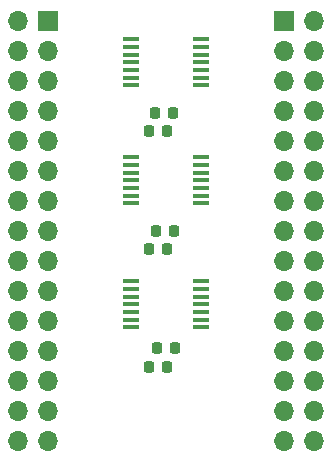
<source format=gts>
G04 #@! TF.GenerationSoftware,KiCad,Pcbnew,(6.0.4)*
G04 #@! TF.CreationDate,2022-06-28T09:07:53+02:00*
G04 #@! TF.ProjectId,LevelShifter,4c657665-6c53-4686-9966-7465722e6b69,rev?*
G04 #@! TF.SameCoordinates,Original*
G04 #@! TF.FileFunction,Soldermask,Top*
G04 #@! TF.FilePolarity,Negative*
%FSLAX46Y46*%
G04 Gerber Fmt 4.6, Leading zero omitted, Abs format (unit mm)*
G04 Created by KiCad (PCBNEW (6.0.4)) date 2022-06-28 09:07:53*
%MOMM*%
%LPD*%
G01*
G04 APERTURE LIST*
G04 Aperture macros list*
%AMRoundRect*
0 Rectangle with rounded corners*
0 $1 Rounding radius*
0 $2 $3 $4 $5 $6 $7 $8 $9 X,Y pos of 4 corners*
0 Add a 4 corners polygon primitive as box body*
4,1,4,$2,$3,$4,$5,$6,$7,$8,$9,$2,$3,0*
0 Add four circle primitives for the rounded corners*
1,1,$1+$1,$2,$3*
1,1,$1+$1,$4,$5*
1,1,$1+$1,$6,$7*
1,1,$1+$1,$8,$9*
0 Add four rect primitives between the rounded corners*
20,1,$1+$1,$2,$3,$4,$5,0*
20,1,$1+$1,$4,$5,$6,$7,0*
20,1,$1+$1,$6,$7,$8,$9,0*
20,1,$1+$1,$8,$9,$2,$3,0*%
G04 Aperture macros list end*
%ADD10RoundRect,0.225000X0.225000X0.250000X-0.225000X0.250000X-0.225000X-0.250000X0.225000X-0.250000X0*%
%ADD11R,1.404099X0.354800*%
%ADD12R,1.700000X1.700000*%
%ADD13O,1.700000X1.700000*%
%ADD14RoundRect,0.225000X-0.225000X-0.250000X0.225000X-0.250000X0.225000X0.250000X-0.225000X0.250000X0*%
G04 APERTURE END LIST*
D10*
X160575000Y-87800000D03*
X159025000Y-87800000D03*
D11*
X162949948Y-85449958D03*
X162949948Y-84799972D03*
X162949948Y-84149986D03*
X162949948Y-83500000D03*
X162949948Y-82850014D03*
X162949948Y-82200028D03*
X162949948Y-81550042D03*
X157050052Y-81550042D03*
X157050052Y-82200028D03*
X157050052Y-82850014D03*
X157050052Y-83500000D03*
X157050052Y-84149986D03*
X157050052Y-84799972D03*
X157050052Y-85449958D03*
D12*
X170000000Y-80000000D03*
D13*
X172540000Y-80000000D03*
X170000000Y-82540000D03*
X172540000Y-82540000D03*
X170000000Y-85080000D03*
X172540000Y-85080000D03*
X170000000Y-87620000D03*
X172540000Y-87620000D03*
X170000000Y-90160000D03*
X172540000Y-90160000D03*
X170000000Y-92700000D03*
X172540000Y-92700000D03*
X170000000Y-95240000D03*
X172540000Y-95240000D03*
X170000000Y-97780000D03*
X172540000Y-97780000D03*
X170000000Y-100320000D03*
X172540000Y-100320000D03*
X170000000Y-102860000D03*
X172540000Y-102860000D03*
X170000000Y-105400000D03*
X172540000Y-105400000D03*
X170000000Y-107940000D03*
X172540000Y-107940000D03*
X170000000Y-110480000D03*
X172540000Y-110480000D03*
X170000000Y-113020000D03*
X172540000Y-113020000D03*
X170000000Y-115560000D03*
X172540000Y-115560000D03*
D10*
X160775000Y-107700000D03*
X159225000Y-107700000D03*
X160675000Y-97800000D03*
X159125000Y-97800000D03*
D12*
X150000000Y-80000000D03*
D13*
X147460000Y-80000000D03*
X150000000Y-82540000D03*
X147460000Y-82540000D03*
X150000000Y-85080000D03*
X147460000Y-85080000D03*
X150000000Y-87620000D03*
X147460000Y-87620000D03*
X150000000Y-90160000D03*
X147460000Y-90160000D03*
X150000000Y-92700000D03*
X147460000Y-92700000D03*
X150000000Y-95240000D03*
X147460000Y-95240000D03*
X150000000Y-97780000D03*
X147460000Y-97780000D03*
X150000000Y-100320000D03*
X147460000Y-100320000D03*
X150000000Y-102860000D03*
X147460000Y-102860000D03*
X150000000Y-105400000D03*
X147460000Y-105400000D03*
X150000000Y-107940000D03*
X147460000Y-107940000D03*
X150000000Y-110480000D03*
X147460000Y-110480000D03*
X150000000Y-113020000D03*
X147460000Y-113020000D03*
X150000000Y-115560000D03*
X147460000Y-115560000D03*
D11*
X162949948Y-105949958D03*
X162949948Y-105299972D03*
X162949948Y-104649986D03*
X162949948Y-104000000D03*
X162949948Y-103350014D03*
X162949948Y-102700028D03*
X162949948Y-102050042D03*
X157050052Y-102050042D03*
X157050052Y-102700028D03*
X157050052Y-103350014D03*
X157050052Y-104000000D03*
X157050052Y-104649986D03*
X157050052Y-105299972D03*
X157050052Y-105949958D03*
D14*
X158525000Y-89300000D03*
X160075000Y-89300000D03*
X158525000Y-99300000D03*
X160075000Y-99300000D03*
X158525000Y-109300000D03*
X160075000Y-109300000D03*
D11*
X162949948Y-95449958D03*
X162949948Y-94799972D03*
X162949948Y-94149986D03*
X162949948Y-93500000D03*
X162949948Y-92850014D03*
X162949948Y-92200028D03*
X162949948Y-91550042D03*
X157050052Y-91550042D03*
X157050052Y-92200028D03*
X157050052Y-92850014D03*
X157050052Y-93500000D03*
X157050052Y-94149986D03*
X157050052Y-94799972D03*
X157050052Y-95449958D03*
M02*

</source>
